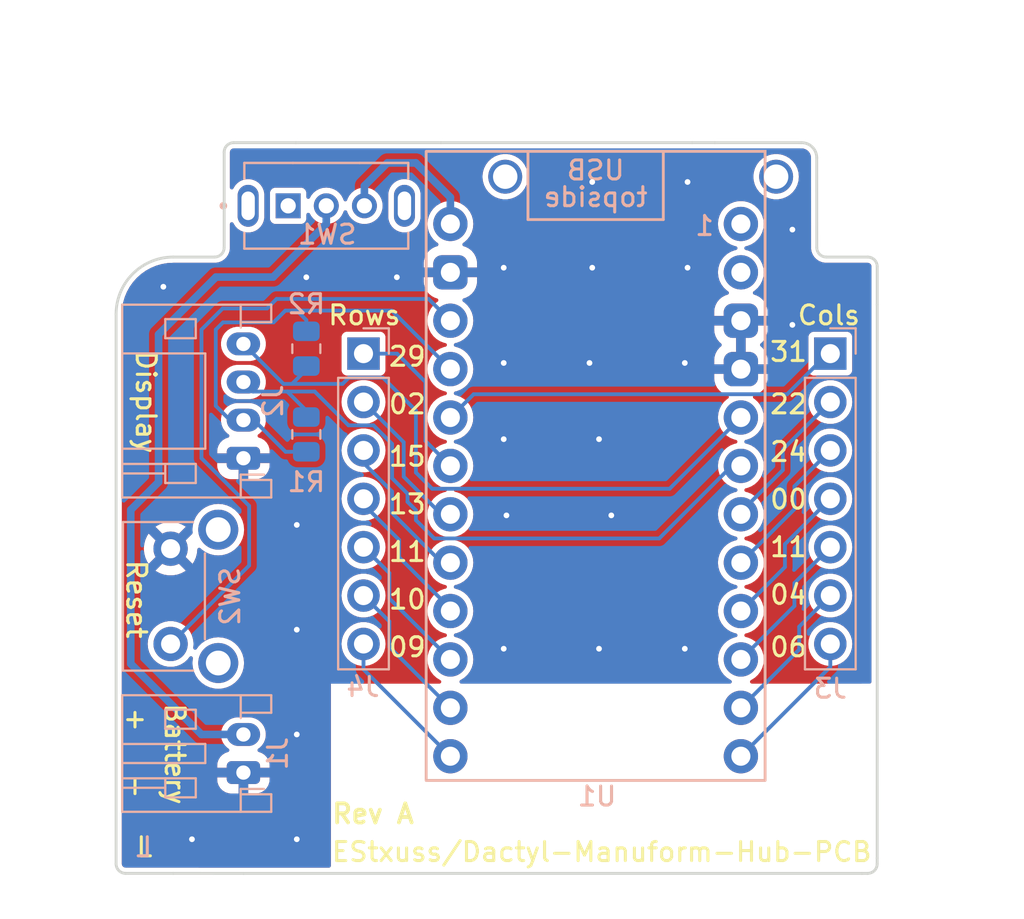
<source format=kicad_pcb>
(kicad_pcb (version 20240108) (generator "pcbnew") (generator_version "8.0")
  (layers (0 "F.Cu" signal) (31 "B.Cu" signal) (34 "B.Paste" user) (35 "F.Paste" user) (36 "B.SilkS" user "B.Silkscreen") (37 "F.SilkS" user "F.Silkscreen") (38 "B.Mask" user) (39 "F.Mask" user) (44 "Edge.Cuts" user))
  (net 0 "")
  (net 1 "GND")
  (net 2 "/OLED_SCL")
  (net 3 "VCC")
  (net 4 "/OLED_SDA")
  (net 5 "/COL2")
  (net 6 "/COL6")
  (net 7 "COL1")
  (net 8 "/COL4")
  (net 9 "/COL7")
  (net 10 "/COL5")
  (net 11 "/COL3")
  (net 12 "/ROW6")
  (net 13 "/ROW4")
  (net 14 "/ROW1")
  (net 15 "/ROW2")
  (net 16 "/ROW5")
  (net 17 "/ROW3")
  (net 18 "/ROW7")
  (net 20 "/BATT_POS")
  (net 21 "Net-(SW2-A)")
  (net 24 "/BATT_SW_POS")
  (footprint "mounting-hole:M1.4_tapping_Hole_JLC" (layer "F.Cu") (at 137.647001 63.722063)
    (property "Reference" "H1" (hide yes))
    (property "Value" "MountingHole" (hide yes))
    (pad "" thru_hole circle (at 0 0) (size 1.78 1.78) (drill 1.28) (layers "*.Cu" "*.Mask"))
  )
  (footprint "mounting-hole:M1.4_tapping_Hole_JLC" (layer "F.Cu") (at 123.434501 63.722063)
    (property "Reference" "H2" (hide yes))
    (property "Value" "MountingHole" (hide yes))
    (pad "" thru_hole circle (at 0 0) (size 1.78 1.78) (drill 1.28) (layers "*.Cu" "*.Mask"))
  )
  (footprint "Connector_JST:JST_PH_S2B-PH-K_1x02_P2.00mm_Horizontal" (layer "B.Cu") (at 109.7 95 90)
    (property "Reference" "J1" (at 1 1.8 90) (layer "B.SilkS") (effects (font (thickness 0.16)) (justify mirror)))
    (property "Value" "Conn_01x02")
    (fp_line (start 4.06 -6.36) (end -2.06 -6.36) (stroke (width 0.12)) (layer "B.SilkS"))
    (fp_line (start 1.5 -6.36) (end 1.5 -2) (stroke (width 0.12)) (layer "B.SilkS"))
    (fp_line (start -0.3 -6.36) (end -0.3 -4.1) (stroke (width 0.12)) (layer "B.SilkS"))
    (fp_line (start -0.8 -6.36) (end -0.8 -4.1) (stroke (width 0.12)) (layer "B.SilkS"))
    (fp_line (start -2.06 -6.36) (end -2.06 1.46) (stroke (width 0.12)) (layer "B.SilkS"))
    (fp_line (start 3.3 -4.1) (end 3.3 -2.5) (stroke (width 0.12)) (layer "B.SilkS"))
    (fp_line (start 2.3 -4.1) (end 3.3 -4.1) (stroke (width 0.12)) (layer "B.SilkS"))
    (fp_line (start -0.3 -4.1) (end -1.3 -4.1) (stroke (width 0.12)) (layer "B.SilkS"))
    (fp_line (start -1.3 -4.1) (end -1.3 -2.5) (stroke (width 0.12)) (layer "B.SilkS"))
    (fp_line (start 3.3 -2.5) (end 2.3 -2.5) (stroke (width 0.12)) (layer "B.SilkS"))
    (fp_line (start 2.3 -2.5) (end 2.3 -4.1) (stroke (width 0.12)) (layer "B.SilkS"))
    (fp_line (start -0.3 -2.5) (end -0.3 -4.1) (stroke (width 0.12)) (layer "B.SilkS"))
    (fp_line (start -1.3 -2.5) (end -0.3 -2.5) (stroke (width 0.12)) (layer "B.SilkS"))
    (fp_line (start 1.5 -2) (end 0.5 -2) (stroke (width 0.12)) (layer "B.SilkS"))
    (fp_line (start 0.5 -2) (end 0.5 -6.36) (stroke (width 0.12)) (layer "B.SilkS"))
    (fp_line (start 3.14 -0.14) (end 4.06 -0.14) (stroke (width 0.12)) (layer "B.SilkS"))
    (fp_line (start 3.14 -0.14) (end 3.14 1.46) (stroke (width 0.12)) (layer "B.SilkS"))
    (fp_line (start 2.86 -0.14) (end 3.14 -0.14) (stroke (width 0.12)) (layer "B.SilkS"))
    (fp_line (start -1.14 -0.14) (end -0.86 -0.14) (stroke (width 0.12)) (layer "B.SilkS"))
    (fp_line (start -1.14 -0.14) (end -2.06 -0.14) (stroke (width 0.12)) (layer "B.SilkS"))
    (fp_line (start -0.86 1.075) (end -0.86 -0.14) (stroke (width 0.12)) (layer "B.SilkS"))
    (fp_line (start 4.06 1.46) (end 4.06 -6.36) (stroke (width 0.12)) (layer "B.SilkS"))
    (fp_line (start 3.14 1.46) (end 4.06 1.46) (stroke (width 0.12)) (layer "B.SilkS"))
    (fp_line (start -1.14 1.46) (end -1.14 -0.14) (stroke (width 0.12)) (layer "B.SilkS"))
    (fp_line (start -2.06 1.46) (end -1.14 1.46) (stroke (width 0.12)) (layer "B.SilkS"))
    (pad "1" thru_hole roundrect (at 0 0 90) (size 1.2 1.75) (drill 0.75) (layers "*.Cu" "*.Mask") (roundrect_rratio 0.208333) (net 1 "GND"))
    (pad "2" thru_hole oval (at 2 0 90) (size 1.2 1.75) (drill 0.75) (layers "*.Cu" "*.Mask") (net 24 "/BATT_SW_POS"))
  )
  (footprint "Resistor_SMD:R_0805_2012Metric" (layer "B.Cu") (at 113 72.75 -90)
    (property "Reference" "R2" (at -2.34 0 180) (layer "B.SilkS") (effects (font (thickness 0.16)) (justify mirror)))
    (property "Value" "4.7k" (hide yes))
    (fp_line (start 0.227064 0.735) (end -0.227064 0.735) (stroke (width 0.12)) (layer "B.SilkS"))
    (fp_line (start 0.227064 -0.735) (end -0.227064 -0.735) (stroke (width 0.12)) (layer "B.SilkS"))
    (pad "1" smd roundrect (at -0.9125 0 270) (size 1.025 1.4) (layers "B.Cu" "B.Paste" "B.Mask") (roundrect_rratio 0.243902) (net 3 "VCC"))
    (pad "2" smd roundrect (at 0.9125 0 270) (size 1.025 1.4) (layers "B.Cu" "B.Paste" "B.Mask") (roundrect_rratio 0.243902) (net 4 "/OLED_SDA"))
  )
  (footprint "Connector_PinHeader_2.54mm:PinHeader_1x07_P2.54mm_Vertical" (layer "B.Cu") (at 140.49 73.01 180)
    (property "Reference" "J3" (at 0 -17.58 0) (layer "B.SilkS") (effects (font (thickness 0.16)) (justify mirror)))
    (property "Value" "Conn_01x07")
    (fp_line (start 1.33 -1.27) (end -1.33 -1.27) (stroke (width 0.12)) (layer "B.SilkS"))
    (fp_line (start 1.33 -16.57) (end 1.33 -1.27) (stroke (width 0.12)) (layer "B.SilkS"))
    (fp_line (start 1.33 -16.57) (end -1.33 -16.57) (stroke (width 0.12)) (layer "B.SilkS"))
    (fp_line (start 0 1.33) (end -1.33 1.33) (stroke (width 0.12)) (layer "B.SilkS"))
    (fp_line (start -1.33 1.33) (end -1.33 0) (stroke (width 0.12)) (layer "B.SilkS"))
    (fp_line (start -1.33 -16.57) (end -1.33 -1.27) (stroke (width 0.12)) (layer "B.SilkS"))
    (pad "1" thru_hole rect (at 0 0 180) (size 1.7 1.7) (drill 1) (layers "*.Cu" "*.Mask") (net 7 "COL1"))
    (pad "2" thru_hole oval (at 0 -2.54 180) (size 1.7 1.7) (drill 1) (layers "*.Cu" "*.Mask") (net 5 "/COL2"))
    (pad "3" thru_hole oval (at 0 -5.08 180) (size 1.7 1.7) (drill 1) (layers "*.Cu" "*.Mask") (net 11 "/COL3"))
    (pad "4" thru_hole oval (at 0 -7.62 180) (size 1.7 1.7) (drill 1) (layers "*.Cu" "*.Mask") (net 8 "/COL4"))
    (pad "5" thru_hole oval (at 0 -10.16 180) (size 1.7 1.7) (drill 1) (layers "*.Cu" "*.Mask") (net 10 "/COL5"))
    (pad "6" thru_hole oval (at 0 -12.7 180) (size 1.7 1.7) (drill 1) (layers "*.Cu" "*.Mask") (net 6 "/COL6"))
    (pad "7" thru_hole oval (at 0 -15.24 180) (size 1.7 1.7) (drill 1) (layers "*.Cu" "*.Mask") (net 9 "/COL7"))
  )
  (footprint "Connector_PinHeader_2.54mm:PinHeader_1x07_P2.54mm_Vertical" (layer "B.Cu") (at 116 73.01 180)
    (property "Reference" "J4" (at 0.03 -17.49 0) (layer "B.SilkS") (effects (font (thickness 0.16)) (justify mirror)))
    (property "Value" "Conn_01x07")
    (fp_line (start 1.33 -1.27) (end -1.33 -1.27) (stroke (width 0.12)) (layer "B.SilkS"))
    (fp_line (start 1.33 -16.57) (end 1.33 -1.27) (stroke (width 0.12)) (layer "B.SilkS"))
    (fp_line (start 1.33 -16.57) (end -1.33 -16.57) (stroke (width 0.12)) (layer "B.SilkS"))
    (fp_line (start 0 1.33) (end -1.33 1.33) (stroke (width 0.12)) (layer "B.SilkS"))
    (fp_line (start -1.33 1.33) (end -1.33 0) (stroke (width 0.12)) (layer "B.SilkS"))
    (fp_line (start -1.33 -16.57) (end -1.33 -1.27) (stroke (width 0.12)) (layer "B.SilkS"))
    (pad "1" thru_hole rect (at 0 0 180) (size 1.7 1.7) (drill 1) (layers "*.Cu" "*.Mask") (net 14 "/ROW1"))
    (pad "2" thru_hole oval (at 0 -2.54 180) (size 1.7 1.7) (drill 1) (layers "*.Cu" "*.Mask") (net 15 "/ROW2"))
    (pad "3" thru_hole oval (at 0 -5.08 180) (size 1.7 1.7) (drill 1) (layers "*.Cu" "*.Mask") (net 17 "/ROW3"))
    (pad "4" thru_hole oval (at 0 -7.62 180) (size 1.7 1.7) (drill 1) (layers "*.Cu" "*.Mask") (net 13 "/ROW4"))
    (pad "5" thru_hole oval (at 0 -10.16 180) (size 1.7 1.7) (drill 1) (layers "*.Cu" "*.Mask") (net 16 "/ROW5"))
    (pad "6" thru_hole oval (at 0 -12.7 180) (size 1.7 1.7) (drill 1) (layers "*.Cu" "*.Mask") (net 12 "/ROW6"))
    (pad "7" thru_hole oval (at 0 -15.24 180) (size 1.7 1.7) (drill 1) (layers "*.Cu" "*.Mask") (net 18 "/ROW7"))
  )
  (footprint "PCM_marbastlib-xp-promicroish:SuperMini_nRF52840_H_USBup" (layer "B.Cu") (at 128.178176 80.172483 180)
    (property "Reference" "U1" (at -1.177824 -16.077517 0) (layer "B.SilkS") (effects (font (thickness 0.16)) (justify left mirror)))
    (property "Value" "SuperMini nRF52840")
    (fp_line (start 3.55 17.78) (end 3.55 14.2) (stroke (width 0.15)) (layer "B.SilkS"))
    (fp_line (start -3.55 17.78) (end -3.55 14.2) (stroke (width 0.15)) (layer "B.SilkS"))
    (fp_line (start -3.55 14.2) (end 3.55 14.2) (stroke (width 0.15)) (layer "B.SilkS"))
    (fp_rect (start -8.89 17.78) (end 8.89 -15.24) (stroke (width 0.15)) (fill none) (layer "B.SilkS"))
    (fp_text user "topside" (at 0 14.8 0) (layer "B.SilkS") (effects (font (thickness 0.16)) (justify bottom mirror)))
    (fp_text user "1" (at -5.715 13.2825 0) (layer "B.SilkS") (effects (font (thickness 0.16)) (justify bottom mirror)))
    (fp_text user "USB" (at 0 16.2 0) (layer "B.SilkS") (effects (font (thickness 0.16)) (justify bottom mirror)))
    (pad "1" thru_hole circle (at -7.62 13.97 180) (size 1.8 1.8) (drill 1) (layers "*.Cu" "*.Mask"))
    (pad "2" thru_hole circle (at -7.62 11.43 180) (size 1.8 1.8) (drill 1) (layers "*.Cu" "*.Mask"))
    (pad "3" thru_hole roundrect (at -7.62 8.89 180) (size 1.8 1.8) (drill 1) (layers "*.Cu" "*.Mask") (net 1 "GND"))
    (pad "4" thru_hole roundrect (at -7.62 6.35 180) (size 1.8 1.8) (drill 1) (layers "*.Cu" "*.Mask") (net 1 "GND"))
    (pad "5" thru_hole circle (at -7.62 3.81 180) (size 1.8 1.8) (drill 1) (layers "*.Cu" "*.Mask") (net 4 "/OLED_SDA"))
    (pad "6" thru_hole circle (at -7.62 1.27 180) (size 1.8 1.8) (drill 1) (layers "*.Cu" "*.Mask") (net 2 "/OLED_SCL"))
    (pad "7" thru_hole circle (at -7.62 -1.27 180) (size 1.8 1.8) (drill 1) (layers "*.Cu" "*.Mask") (net 5 "/COL2"))
    (pad "8" thru_hole circle (at -7.62 -3.81 180) (size 1.8 1.8) (drill 1) (layers "*.Cu" "*.Mask") (net 11 "/COL3"))
    (pad "9" thru_hole circle (at -7.62 -6.35 180) (size 1.8 1.8) (drill 1) (layers "*.Cu" "*.Mask") (net 8 "/COL4"))
    (pad "10" thru_hole circle (at -7.62 -8.89 180) (size 1.8 1.8) (drill 1) (layers "*.Cu" "*.Mask") (net 10 "/COL5"))
    (pad "11" thru_hole circle (at -7.62 -11.43 180) (size 1.8 1.8) (drill 1) (layers "*.Cu" "*.Mask") (net 6 "/COL6"))
    (pad "12" thru_hole circle (at -7.62 -13.97 180) (size 1.8 1.8) (drill 1) (layers "*.Cu" "*.Mask") (net 9 "/COL7"))
    (pad "13" thru_hole circle (at 7.62 13.97 180) (size 1.8 1.8) (drill 1) (layers "*.Cu" "*.Mask") (net 20 "/BATT_POS"))
    (pad "14" thru_hole roundrect (at 7.62 11.43 180) (size 1.8 1.8) (drill 1) (layers "*.Cu" "*.Mask") (net 1 "GND"))
    (pad "15" thru_hole circle (at 7.62 8.89 180) (size 1.8 1.8) (drill 1) (layers "*.Cu" "*.Mask") (net 21 "Net-(SW2-A)"))
    (pad "16" thru_hole circle (at 7.62 6.35 180) (size 1.8 1.8) (drill 1) (layers "*.Cu" "*.Mask") (net 3 "VCC"))
    (pad "17" thru_hole circle (at 7.62 3.81 180) (size 1.8 1.8) (drill 1) (layers "*.Cu" "*.Mask") (net 7 "COL1"))
    (pad "18" thru_hole circle (at 7.62 1.27 180) (size 1.8 1.8) (drill 1) (layers "*.Cu" "*.Mask") (net 14 "/ROW1"))
    (pad "19" thru_hole circle (at 7.62 -1.27 180) (size 1.8 1.8) (drill 1) (layers "*.Cu" "*.Mask") (net 15 "/ROW2"))
    (pad "20" thru_hole circle (at 7.62 -3.81 180) (size 1.8 1.8) (drill 1) (layers "*.Cu" "*.Mask") (net 17 "/ROW3"))
    (pad "21" thru_hole circle (at 7.62 -6.35 180) (size 1.8 1.8) (drill 1) (layers "*.Cu" "*.Mask") (net 13 "/ROW4"))
    (pad "22" thru_hole circle (at 7.62 -8.89 180) (size 1.8 1.8) (drill 1) (layers "*.Cu" "*.Mask") (net 16 "/ROW5"))
    (pad "23" thru_hole circle (at 7.62 -11.43 180) (size 1.8 1.8) (drill 1) (layers "*.Cu" "*.Mask") (net 12 "/ROW6"))
    (pad "24" thru_hole circle (at 7.62 -13.97 180) (size 1.8 1.8) (drill 1) (layers "*.Cu" "*.Mask") (net 18 "/ROW7"))
    (zone (net 0) (net_name "") (layers "*.Cu") (name "ANT") (connect_pads (clearance 0)) (min_thickness 0.25)
      (keepout (tracks allowed) (vias allowed) (pads allowed) (copperpour not_allowed) (footprints allowed))
      (fill (thermal_gap 0.5) (thermal_bridge_width 0.5))
      (polygon (pts (xy 142.068176 90.332483) (xy 114.288176 90.332483) (xy 114.288176 100.412483) (xy 142.068176 100.412483)))
    )
  )
  (footprint "PCM_marbastlib-various:SW_SKHLLCA010" (layer "B.Cu") (at 107.13 85.75 -90)
    (property "Reference" "SW2" (at 0 -1.87 90) (layer "B.SilkS") (effects (font (thickness 0.16)) (justify mirror)))
    (property "Value" "SW_SPST")
    (fp_line (start -3.9 3.75) (end -3.9 0.07) (stroke (width 0.12)) (layer "B.SilkS"))
    (fp_line (start 3.9 3.75) (end -3.9 3.75) (stroke (width 0.12)) (layer "B.SilkS"))
    (fp_line (start 3.9 3.75) (end 3.9 0.07) (stroke (width 0.12)) (layer "B.SilkS"))
    (fp_line (start 2.25 -0.55) (end -2.25 -0.55) (stroke (width 0.12)) (layer "B.SilkS"))
    (pad "1" thru_hole circle (at 2.5 1.25 270) (size 1.8 1.8) (drill 1) (layers "*.Cu" "F.Mask") (net 21 "Net-(SW2-A)"))
    (pad "2" thru_hole circle (at -2.5 1.25 270) (size 1.8 1.8) (drill 1) (layers "*.Cu" "F.Mask") (net 1 "GND"))
    (pad "MP" thru_hole circle (at -3.5 -1.25 270) (size 2.1 2.1) (drill 1.3) (layers "*.Cu" "*.Mask"))
    (pad "MP" thru_hole circle (at 3.5 -1.25 270) (size 2.1 2.1) (drill 1.3) (layers "*.Cu" "*.Mask"))
  )
  (footprint "Connector_JST:JST_PH_S4B-PH-K_1x04_P2.00mm_Horizontal" (layer "B.Cu") (at 109.7 78.5 90)
    (property "Reference" "J2" (at 3 1.55 90) (layer "B.SilkS") (effects (font (thickness 0.16)) (justify mirror)))
    (property "Value" "Conn_01x04")
    (fp_line (start 8.06 -6.36) (end -2.06 -6.36) (stroke (width 0.12)) (layer "B.SilkS"))
    (fp_line (start 5.5 -6.36) (end 5.5 -2) (stroke (width 0.12)) (layer "B.SilkS"))
    (fp_line (start -0.3 -6.36) (end -0.3 -4.1) (stroke (width 0.12)) (layer "B.SilkS"))
    (fp_line (start -0.8 -6.36) (end -0.8 -4.1) (stroke (width 0.12)) (layer "B.SilkS"))
    (fp_line (start -2.06 -6.36) (end -2.06 1.46) (stroke (width 0.12)) (layer "B.SilkS"))
    (fp_line (start 7.3 -4.1) (end 7.3 -2.5) (stroke (width 0.12)) (layer "B.SilkS"))
    (fp_line (start 6.3 -4.1) (end 7.3 -4.1) (stroke (width 0.12)) (layer "B.SilkS"))
    (fp_line (start -0.3 -4.1) (end -1.3 -4.1) (stroke (width 0.12)) (layer "B.SilkS"))
    (fp_line (start -1.3 -4.1) (end -1.3 -2.5) (stroke (width 0.12)) (layer "B.SilkS"))
    (fp_line (start 7.3 -2.5) (end 6.3 -2.5) (stroke (width 0.12)) (layer "B.SilkS"))
    (fp_line (start 6.3 -2.5) (end 6.3 -4.1) (stroke (width 0.12)) (layer "B.SilkS"))
    (fp_line (start -0.3 -2.5) (end -0.3 -4.1) (stroke (width 0.12)) (layer "B.SilkS"))
    (fp_line (start -1.3 -2.5) (end -0.3 -2.5) (stroke (width 0.12)) (layer "B.SilkS"))
    (fp_line (start 5.5 -2) (end 0.5 -2) (stroke (width 0.12)) (layer "B.SilkS"))
    (fp_line (start 0.5 -2) (end 0.5 -6.36) (stroke (width 0.12)) (layer "B.SilkS"))
    (fp_line (start 7.14 -0.14) (end 8.06 -0.14) (stroke (width 0.12)) (layer "B.SilkS"))
    (fp_line (start 7.14 -0.14) (end 7.14 1.46) (stroke (width 0.12)) (layer "B.SilkS"))
    (fp_line (start 6.86 -0.14) (end 7.14 -0.14) (stroke (width 0.12)) (layer "B.SilkS"))
    (fp_line (start -1.14 -0.14) (end -0.86 -0.14) (stroke (width 0.12)) (layer "B.SilkS"))
    (fp_line (start -1.14 -0.14) (end -2.06 -0.14) (stroke (width 0.12)) (layer "B.SilkS"))
    (fp_line (start -0.86 1.075) (end -0.86 -0.14) (stroke (width 0.12)) (layer "B.SilkS"))
    (fp_line (start 8.06 1.46) (end 8.06 -6.36) (stroke (width 0.12)) (layer "B.SilkS"))
    (fp_line (start 7.14 1.46) (end 8.06 1.46) (stroke (width 0.12)) (layer "B.SilkS"))
    (fp_line (start -1.14 1.46) (end -1.14 -0.14) (stroke (width 0.12)) (layer "B.SilkS"))
    (fp_line (start -2.06 1.46) (end -1.14 1.46) (stroke (width 0.12)) (layer "B.SilkS"))
    (pad "1" thru_hole roundrect (at 0 0 90) (size 1.2 1.75) (drill 0.75) (layers "*.Cu" "*.Mask") (roundrect_rratio 0.208333) (net 1 "GND"))
    (pad "2" thru_hole oval (at 2 0 90) (size 1.2 1.75) (drill 0.75) (layers "*.Cu" "*.Mask") (net 3 "VCC"))
    (pad "3" thru_hole oval (at 4 0 90) (size 1.2 1.75) (drill 0.75) (layers "*.Cu" "*.Mask") (net 2 "/OLED_SCL"))
    (pad "4" thru_hole oval (at 6 0 90) (size 1.2 1.75) (drill 0.75) (layers "*.Cu" "*.Mask") (net 4 "/OLED_SDA"))
  )
  (footprint "Resistor_SMD:R_0805_2012Metric" (layer "B.Cu") (at 113 77.25 90)
    (property "Reference" "R1" (at -2.5 0 0) (layer "B.SilkS") (effects (font (thickness 0.16)) (justify mirror)))
    (property "Value" "4.7k" (hide yes))
    (fp_line (start 0.227064 -0.735) (end -0.227064 -0.735) (stroke (width 0.12)) (layer "B.SilkS"))
    (fp_line (start 0.227064 0.735) (end -0.227064 0.735) (stroke (width 0.12)) (layer "B.SilkS"))
    (pad "1" smd roundrect (at -0.9125 0 90) (size 1.025 1.4) (layers "B.Cu" "B.Paste" "B.Mask") (roundrect_rratio 0.243902) (net 3 "VCC"))
    (pad "2" smd roundrect (at 0.9125 0 90) (size 1.025 1.4) (layers "B.Cu" "B.Paste" "B.Mask") (roundrect_rratio 0.243902) (net 2 "/OLED_SCL"))
  )
  (footprint "SLW_864574_5A_RA_N_D:SW_SLW-864574-5A-RA-N-D" (layer "B.Cu") (at 114.048 65.25)
    (property "Reference" "SW1" (at 0.047824 1.507517 0) (layer "B.SilkS") (effects (font (thickness 0.16)) (justify mirror)))
    (property "Value" "SW_SPDT")
    (fp_line (start -4.3 -1.42) (end -4.3 -2.25) (stroke (width 0.127)) (layer "B.SilkS"))
    (fp_line (start -4.3 1.42) (end -4.3 2.25) (stroke (width 0.127)) (layer "B.SilkS"))
    (fp_line (start -4.3 2.25) (end 4.3 2.25) (stroke (width 0.127)) (layer "B.SilkS"))
    (fp_line (start -1.75 -2.25) (end -4.3 -2.25) (stroke (width 0.127)) (layer "B.SilkS"))
    (fp_line (start 1.75 -2.25) (end -1.75 -2.25) (stroke (width 0.127)) (layer "B.SilkS"))
    (fp_line (start 4.3 -2.25) (end 1.75 -2.25) (stroke (width 0.127)) (layer "B.SilkS"))
    (fp_line (start 4.3 -1.42) (end 4.3 -2.25) (stroke (width 0.127)) (layer "B.SilkS"))
    (fp_line (start 4.3 2.25) (end 4.3 1.42) (stroke (width 0.127)) (layer "B.SilkS"))
    (fp_circle (center -5.4 0) (end -5.3 0) (stroke (width 0.2)) (fill none) (layer "B.SilkS"))
    (pad "1" thru_hole rect (at -2 0) (size 1.308 1.308) (drill 0.8) (layers "*.Cu" "*.Mask"))
    (pad "2" thru_hole circle (at 0 0) (size 1.308 1.308) (drill 0.8) (layers "*.Cu" "*.Mask") (net 24 "/BATT_SW_POS"))
    (pad "3" thru_hole circle (at 2 0) (size 1.308 1.308) (drill 0.8) (layers "*.Cu" "*.Mask") (net 20 "/BATT_POS"))
    (pad "SH1" thru_hole oval (at -4.1 0) (size 1.1 2.2) (drill oval 0.7 1.5) (layers "*.Cu" "*.Mask"))
    (pad "SH2" thru_hole oval (at 4.1 0) (size 1.1 2.2) (drill oval 0.7 1.5) (layers "*.Cu" "*.Mask"))
  )
  (gr_arc (start 103.02 70.94) (mid 103.89868 68.81868) (end 106.02 67.94) (stroke (width 0.15)) (layer "Edge.Cuts"))
  (gr_arc (start 108.68975 67.439751) (mid 108.543394 67.793483) (end 108.18975 67.94) (stroke (width 0.15)) (layer "Edge.Cuts"))
  (gr_line (start 120.058999 61.936233) (end 133.241651 61.936233) (stroke (width 0.15)) (layer "Edge.Cuts"))
  (gr_arc (start 142.450013 67.94) (mid 142.803561 68.086454) (end 142.950013 68.440009) (stroke (width 0.15)) (layer "Edge.Cuts"))
  (gr_line (start 103.02 99.790049) (end 103.02 70.94) (stroke (width 0.15)) (layer "Edge.Cuts"))
  (gr_line (start 142.94964 78.192483) (end 142.949978 70.440022) (stroke (width 0.15)) (layer "Edge.Cuts"))
  (gr_arc (start 103.519951 100.290049) (mid 103.166412 100.143588) (end 103.02 99.790049) (stroke (width 0.15)) (layer "Edge.Cuts"))
  (gr_line (start 142.450013 67.94) (end 140.279784 67.94) (stroke (width 0.15)) (layer "Edge.Cuts"))
  (gr_line (start 142.947824 99.492483) (end 142.948636 99.790185) (stroke (width 0.15)) (layer "Edge.Cuts"))
  (gr_line (start 133.241651 61.936233) (end 134.432279 61.936233) (stroke (width 0.15)) (layer "Edge.Cuts"))
  (gr_line (start 138.959011 61.936626) (end 134.432279 61.936233) (stroke (width 0.15)) (layer "Edge.Cuts"))
  (gr_line (start 108.689977 62.43621) (end 108.68975 67.439751) (stroke (width 0.15)) (layer "Edge.Cuts"))
  (gr_line (start 142.949978 70.440022) (end 142.950013 68.440009) (stroke (width 0.15)) (layer "Edge.Cuts"))
  (gr_line (start 142.450186 100.291547) (end 142.147824 100.292483) (stroke (width 0.15)) (layer "Edge.Cuts"))
  (gr_line (start 109.70674 100.292483) (end 142.147824 100.292483) (stroke (width 0.15)) (layer "Edge.Cuts"))
  (gr_line (start 106.019703 100.290296) (end 103.519951 100.290049) (stroke (width 0.15)) (layer "Edge.Cuts"))
  (gr_line (start 120.058999 61.936233) (end 112.446519 61.936233) (stroke (width 0.15)) (layer "Edge.Cuts"))
  (gr_arc (start 142.948636 99.790185) (mid 142.803204 100.144053) (end 142.450186 100.291547) (stroke (width 0.15)) (layer "Edge.Cuts"))
  (gr_line (start 109.70674 100.292483) (end 106.019703 100.290296) (stroke (width 0.15)) (layer "Edge.Cuts"))
  (gr_line (start 142.947824 99.492483) (end 142.94964 78.192483) (stroke (width 0.15)) (layer "Edge.Cuts"))
  (gr_line (start 109.189977 61.936233) (end 112.446519 61.936233) (stroke (width 0.15)) (layer "Edge.Cuts"))
  (gr_arc (start 108.689977 62.43621) (mid 108.836419 62.082642) (end 109.189977 61.936233) (stroke (width 0.15)) (layer "Edge.Cuts"))
  (gr_arc (start 140.279784 67.94) (mid 139.926317 67.793624) (end 139.779784 67.440216) (stroke (width 0.15)) (layer "Edge.Cuts"))
  (gr_arc (start 138.959011 61.936626) (mid 139.536367 62.159949) (end 139.777749 62.729983) (stroke (width 0.15)) (layer "Edge.Cuts"))
  (gr_line (start 139.777749 62.729983) (end 139.779784 67.440216) (stroke (width 0.15)) (layer "Edge.Cuts"))
  (gr_line (start 106.02 67.94) (end 108.18975 67.94) (stroke (width 0.15)) (layer "Edge.Cuts"))
  (gr_text "L" (at 105 99.5 -0) (layer "B.SilkS") (effects (font (size 1 1) (thickness 0.16)) (justify left bottom mirror)))
  (gr_text "13" (at 117.24 81.5 0) (layer "F.SilkS") (effects (font (size 1 1) (thickness 0.16)) (justify left bottom)))
  (gr_text "24" (at 137.24 78.75 0) (layer "F.SilkS") (effects (font (size 1 1) (thickness 0.16)) (justify left bottom)))
  (gr_text "29" (at 117.24 73.75 0) (layer "F.SilkS") (effects (font (size 1 1) (thickness 0.16)) (justify left bottom)))
  (gr_text "Battery" (at 105.52 91.28 -90) (layer "F.SilkS") (effects (font (size 1 1) (thickness 0.16)) (justify left bottom)))
  (gr_text "11" (at 137.24 83.75 0) (layer "F.SilkS") (effects (font (size 1 1) (thickness 0.16)) (justify left bottom)))
  (gr_text "Display" (at 104 72.75 -90) (layer "F.SilkS") (effects (font (size 1 1) (thickness 0.16)) (justify left bottom)))
  (gr_text "Cols" (at 138.69 71.58 0) (layer "F.SilkS") (effects (font (size 1 1) (thickness 0.16)) (justify left bottom)))
  (gr_text "06" (at 137.24 89 0) (layer "F.SilkS") (effects (font (size 1 1) (thickness 0.16)) (justify left bottom)))
  (gr_text "11" (at 117.24 84 0) (layer "F.SilkS") (effects (font (size 1 1) (thickness 0.16)) (justify left bottom)))
  (gr_text "Rev A" (at 114.25 97.75 0) (layer "F.SilkS") (effects (font (size 1 1) (thickness 0.2) (bold yes)) (justify left bottom)))
  (gr_text "04" (at 137.24 86.25 0) (layer "F.SilkS") (effects (font (size 1 1) (thickness 0.16)) (justify left bottom)))
  (gr_text "EStxuss/Dactyl-Manuform-Hub-PCB" (at 114.25 99.75 0) (layer "F.SilkS") (effects (font (size 1 1) (thickness 0.16)) (justify left bottom)))
  (gr_text "00" (at 137.24 81.25 0) (layer "F.SilkS") (effects (font (size 1 1) (thickness 0.16)) (justify left bottom)))
  (gr_text "-" (at 103.5 95 -90) (layer "F.SilkS") (effects (font (size 1 1) (thickness 0.16)) (justify left bottom)))
  (gr_text "09" (at 117.24 89 0) (layer "F.SilkS") (effects (font (size 1 1) (thickness 0.16)) (justify left bottom)))
  (gr_text "Reset" (at 103.5 83.75 -90) (layer "F.SilkS") (effects (font (size 1 1) (thickness 0.16)) (justify left bottom)))
  (gr_text "31" (at 137.24 73.5 0) (layer "F.SilkS") (effects (font (size 1 1) (thickness 0.16)) (justify left bottom)))
  (gr_text "15" (at 117.24 79 0) (layer "F.SilkS") (effects (font (size 1 1) (thickness 0.16)) (justify left bottom)))
  (gr_text "L" (at 104 99.5 0) (layer "F.SilkS") (effects (font (size 1 1) (thickness 0.16)) (justify left bottom)))
  (gr_text "Rows" (at 114.06 71.58 0) (layer "F.SilkS") (effects (font (size 1 1) (thickness 0.16)) (justify left bottom)))
  (gr_text "+" (at 103.5 91.5 -90) (layer "F.SilkS") (effects (font (size 1 1) (thickness 0.16)) (justify left bottom)))
  (gr_text "10" (at 117.24 86.5 0) (layer "F.SilkS") (effects (font (size 1 1) (thickness 0.16)) (justify left bottom)))
  (gr_text "22" (at 137.24 76.25 0) (layer "F.SilkS") (effects (font (size 1 1) (thickness 0.16)) (justify left bottom)))
  (gr_text "02" (at 117.24 76.25 0) (layer "F.SilkS") (effects (font (size 1 1) (thickness 0.16)) (justify left bottom)))
  (via (at 113 69) (size 0.8) (drill 0.3) (layers "F.Cu" "B.Cu") (net 1))
  (via (at 127.856 73.5) (size 0.8) (drill 0.3) (layers "F.Cu" "B.Cu") (net 1))
  (via (at 117.75 69) (size 0.8) (drill 0.3) (layers "F.Cu" "B.Cu") (net 1))
  (via (at 128 64) (size 0.8) (drill 0.3) (layers "F.Cu" "B.Cu") (net 1))
  (via (at 123.5 81.5) (size 0.8) (drill 0.3) (layers "F.Cu" "B.Cu") (net 1))
  (via (at 129 81.5) (size 0.8) (drill 0.3) (layers "F.Cu" "B.Cu") (net 1))
  (via (at 138.5 66.5) (size 0.8) (drill 0.3) (layers "F.Cu" "B.Cu") (net 1))
  (via (at 133 64) (size 0.8) (drill 0.3) (layers "F.Cu" "B.Cu") (net 1))
  (via (at 128.356 77.5) (size 0.8) (drill 0.3) (layers "F.Cu" "B.Cu") (net 1))
  (via (at 128.356 88.5) (size 0.8) (drill 0.3) (layers "F.Cu" "B.Cu") (net 1))
  (via (at 123.356 73.5) (size 0.8) (drill 0.3) (layers "F.Cu" "B.Cu") (net 1))
  (via (at 123.356 77.5) (size 0.8) (drill 0.3) (layers "F.Cu" "B.Cu") (net 1))
  (via (at 112.5 82) (size 0.8) (drill 0.3) (layers "F.Cu" "B.Cu") (net 1))
  (via (at 138.5 71.5) (size 0.8) (drill 0.3) (layers "F.Cu" "B.Cu") (net 1))
  (via (at 132.856 73.5) (size 0.8) (drill 0.3) (layers "F.Cu" "B.Cu") (net 1))
  (via (at 107 98.5) (size 0.8) (drill 0.3) (layers "F.Cu" "B.Cu") (net 1))
  (via (at 123.356 68.5) (size 0.8) (drill 0.3) (layers "F.Cu" "B.Cu") (net 1))
  (via (at 105.5 69.5) (size 0.8) (drill 0.3) (layers "F.Cu" "B.Cu") (net 1))
  (via (at 112.5 98.5) (size 0.8) (drill 0.3) (layers "F.Cu" "B.Cu") (net 1))
  (via (at 112.5 93) (size 0.8) (drill 0.3) (layers "F.Cu" "B.Cu") (net 1))
  (via (at 133 68.5) (size 0.8) (drill 0.3) (layers "F.Cu" "B.Cu") (net 1))
  (via (at 128 68.5) (size 0.8) (drill 0.3) (layers "F.Cu" "B.Cu") (net 1))
  (via (at 132.856 88.5) (size 0.8) (drill 0.3) (layers "F.Cu" "B.Cu") (net 1))
  (via (at 112.5 87.5) (size 0.8) (drill 0.3) (layers "F.Cu" "B.Cu") (net 1))
  (via (at 123.356 88.5) (size 0.8) (drill 0.3) (layers "F.Cu" "B.Cu") (net 1))
  (segment (start 119.71 82.71) (end 131.514629 82.71) (width 0.2) (layer "B.Cu") (net 2))
  (segment (start 118.31 80.36) (end 118.31 80.79) (width 0.2) (layer "B.Cu") (net 2))
  (segment (start 109.7 74.5) (end 110.2 75) (width 0.2) (layer "B.Cu") (net 2))
  (segment (start 118.75 81.23) (end 118.75 81.75) (width 0.2) (layer "B.Cu") (net 2))
  (segment (start 118.75 81.75) (end 119.71 82.71) (width 0.2) (layer "B.Cu") (net 2))
  (segment (start 115.213654 76.773654) (end 116.523654 76.773654) (width 0.2) (layer "B.Cu") (net 2))
  (segment (start 131.514629 82.71) (end 135.322146 78.902483) (width 0.2) (layer "B.Cu") (net 2))
  (segment (start 118.31 80.79) (end 118.75 81.23) (width 0.2) (layer "B.Cu") (net 2))
  (segment (start 112 75) (end 113 76) (width 0.2) (layer "B.Cu") (net 2))
  (segment (start 135.322146 78.902483) (end 135.798176 78.902483) (width 0.2) (layer "B.Cu") (net 2))
  (segment (start 113 76) (end 113 76.3375) (width 0.2) (layer "B.Cu") (net 2))
  (segment (start 117.5 79.55) (end 118.31 80.36) (width 0.2) (layer "B.Cu") (net 2))
  (segment (start 112 75) (end 113.44 75) (width 0.2) (layer "B.Cu") (net 2))
  (segment (start 110.2 75) (end 112 75) (width 0.2) (layer "B.Cu") (net 2))
  (segment (start 113.44 75) (end 115.213654 76.773654) (width 0.2) (layer "B.Cu") (net 2))
  (segment (start 117.5 77.75) (end 117.5 79.55) (width 0.2) (layer "B.Cu") (net 2))
  (segment (start 116.523654 76.773654) (end 117.5 77.75) (width 0.2) (layer "B.Cu") (net 2))
  (segment (start 109.7 76.5) (end 110.25 76.5) (width 0.2) (layer "B.Cu") (net 3))
  (segment (start 112.25 70.75) (end 112.5 70.75) (width 0.2) (layer "B.Cu") (net 3))
  (segment (start 112.25 70.75) (end 117.485693 70.75) (width 0.2) (layer "B.Cu") (net 3))
  (segment (start 111.9125 78.1625) (end 113 78.1625) (width 0.2) (layer "B.Cu") (net 3))
  (segment (start 109 76.5) (end 108.25 75.75) (width 0.2) (layer "B.Cu") (net 3))
  (segment (start 110.25 76.5) (end 111.9125 78.1625) (width 0.2) (layer "B.Cu") (net 3))
  (segment (start 117.485693 70.75) (end 120.558176 73.822483) (width 0.2) (layer "B.Cu") (net 3))
  (segment (start 112.5 70.75) (end 113 71.25) (width 0.2) (layer "B.Cu") (net 3))
  (segment (start 108.25 75.75) (end 108.25 71.75) (width 0.2) (layer "B.Cu") (net 3))
  (segment (start 108.25 71.75) (end 108.63 71.37) (width 0.2) (layer "B.Cu") (net 3))
  (segment (start 111.28 71.37) (end 111.9 70.75) (width 0.2) (layer "B.Cu") (net 3))
  (segment (start 113 71.25) (end 113 71.8375) (width 0.2) (layer "B.Cu") (net 3))
  (segment (start 108.63 71.37) (end 111.28 71.37) (width 0.2) (layer "B.Cu") (net 3))
  (segment (start 109.7 76.5) (end 109 76.5) (width 0.2) (layer "B.Cu") (net 3))
  (segment (start 111.9 70.75) (end 112.25 70.75) (width 0.2) (layer "B.Cu") (net 3))
  (segment (start 115.23 74.27) (end 117.02 74.27) (width 0.2) (layer "B.Cu") (net 4))
  (segment (start 118.75 76) (end 118.75 79.25) (width 0.2) (layer "B.Cu") (net 4))
  (segment (start 113 73.85) (end 113 73.6625) (width 0.2) (layer "B.Cu") (net 4))
  (segment (start 119.602483 80.102483) (end 132.058176 80.102483) (width 0.2) (layer "B.Cu") (net 4))
  (segment (start 114.9 74.6) (end 115.23 74.27) (width 0.2) (layer "B.Cu") (net 4))
  (segment (start 132.058176 80.102483) (end 135.798176 76.362483) (width 0.2) (layer "B.Cu") (net 4))
  (segment (start 112.25 74.6) (end 113 73.85) (width 0.2) (layer "B.Cu") (net 4))
  (segment (start 117.02 74.27) (end 118.75 76) (width 0.2) (layer "B.Cu") (net 4))
  (segment (start 118.75 79.25) (end 119.602483 80.102483) (width 0.2) (layer "B.Cu") (net 4))
  (segment (start 111.8 74.6) (end 112.25 74.6) (width 0.2) (layer "B.Cu") (net 4))
  (segment (start 112.25 74.6) (end 114.9 74.6) (width 0.2) (layer "B.Cu") (net 4))
  (segment (start 109.7 72.5) (end 111.8 74.6) (width 0.2) (layer "B.Cu") (net 4))
  (segment (start 140.49 75.55) (end 138 78.04) (width 0.2) (layer "B.Cu") (net 5))
  (segment (start 138 78.04) (end 138 79.12033) (width 0.2) (layer "B.Cu") (net 5))
  (segment (start 138 79.12033) (end 135.798176 81.322154) (width 0.2) (layer "B.Cu") (net 5))
  (segment (start 135.798176 81.322154) (end 135.798176 81.442483) (width 0.2) (layer "B.Cu") (net 5))
  (segment (start 138.856 87.344) (end 138.856 88.544659) (width 0.2) (layer "B.Cu") (net 6))
  (segment (start 140.49 85.71) (end 138.856 87.344) (width 0.2) (layer "B.Cu") (net 6))
  (segment (start 138.856 88.544659) (end 135.798176 91.602483) (width 0.2) (layer "B.Cu") (net 6))
  (segment (start 138.226 75.14) (end 121.780659 75.14) (width 0.2) (layer "B.Cu") (net 7))
  (segment (start 140.356 73.01) (end 138.226 75.14) (width 0.2) (layer "B.Cu") (net 7))
  (segment (start 121.780659 75.14) (end 120.558176 76.362483) (width 0.2) (layer "B.Cu") (net 7))
  (segment (start 140.49 73.01) (end 140.356 73.01) (width 0.2) (layer "B.Cu") (net 7))
  (segment (start 138.11 84.210659) (end 135.798176 86.522483) (width 0.2) (layer "B.Cu") (net 8))
  (segment (start 138.11 83.01) (end 138.11 84.210659) (width 0.2) (layer "B.Cu") (net 8))
  (segment (start 140.49 80.63) (end 138.11 83.01) (width 0.2) (layer "B.Cu") (net 8))
  (segment (start 140.49 88.25) (end 140.49 89.450659) (width 0.2) (layer "B.Cu") (net 9))
  (segment (start 135.916 94.260307) (end 135.798176 94.142483) (width 0.2) (layer "B.Cu") (net 9))
  (segment (start 140.49 89.450659) (end 135.798176 94.142483) (width 0.2) (layer "B.Cu") (net 9))
  (segment (start 138.606 85.054) (end 138.606 86.254659) (width 0.2) (layer "B.Cu") (net 10))
  (segment (start 138.606 86.254659) (end 135.798176 89.062483) (width 0.2) (layer "B.Cu") (net 10))
  (segment (start 140.49 83.17) (end 138.606 85.054) (width 0.2) (layer "B.Cu") (net 10))
  (segment (start 140.49 78.09) (end 138.606 79.974) (width 0.2) (layer "B.Cu") (net 11))
  (segment (start 138.606 81.174659) (end 135.798176 83.982483) (width 0.2) (layer "B.Cu") (net 11))
  (segment (start 138.606 79.974) (end 138.606 81.174659) (width 0.2) (layer "B.Cu") (net 11))
  (segment (start 117.356 88.400307) (end 120.558176 91.602483) (width 0.2) (layer "B.Cu") (net 12))
  (segment (start 117.356 87.066) (end 117.356 88.400307) (width 0.2) (layer "B.Cu") (net 12))
  (segment (start 116 85.71) (end 117.356 87.066) (width 0.2) (layer "B.Cu") (net 12))
  (segment (start 116 80.63) (end 116 80.92) (width 0.2) (layer "B.Cu") (net 13))
  (segment (start 117.87 83.700307) (end 120.692176 86.522483) (width 0.2) (layer "B.Cu") (net 13))
  (segment (start 117.87 82.79) (end 117.87 83.700307) (width 0.2) (layer "B.Cu") (net 13))
  (segment (start 116 80.92) (end 117.87 82.79) (width 0.2) (layer "B.Cu") (net 13))
  (segment (start 119.25 77.594307) (end 120.558176 78.902483) (width 0.2) (layer "B.Cu") (net 14))
  (segment (start 116 73.01) (end 117.76 73.01) (width 0.2) (layer "B.Cu") (net 14))
  (segment (start 117.76 73.01) (end 119.25 74.5) (width 0.2) (layer "B.Cu") (net 14))
  (segment (start 119.25 74.5) (end 119.25 77.594307) (width 0.2) (layer "B.Cu") (net 14))
  (segment (start 118.11 79.47) (end 120.082483 81.442483) (width 0.2) (layer "B.Cu") (net 15))
  (segment (start 118.11 77.66) (end 118.11 79.47) (width 0.2) (layer "B.Cu") (net 15))
  (segment (start 116 75.55) (end 118.11 77.66) (width 0.2) (layer "B.Cu") (net 15))
  (segment (start 120.082483 81.442483) (end 120.558176 81.442483) (width 0.2) (layer "B.Cu") (net 15))
  (segment (start 117.356 84.526) (end 117.356 85.860307) (width 0.2) (layer "B.Cu") (net 16))
  (segment (start 117.356 85.860307) (end 120.558176 89.062483) (width 0.2) (layer "B.Cu") (net 16))
  (segment (start 115.866 83.17) (end 116 83.17) (width 0.2) (layer "B.Cu") (net 16))
  (segment (start 116 83.17) (end 117.356 84.526) (width 0.2) (layer "B.Cu") (net 16))
  (segment (start 116 78.75) (end 117.5 80.25) (width 0.2) (layer "B.Cu") (net 17))
  (segment (start 117.5 80.25) (end 117.5 81.375) (width 0.2) (layer "B.Cu") (net 17))
  (segment (start 116 78.09) (end 116 78.75) (width 0.2) (layer "B.Cu") (net 17))
  (segment (start 120.107483 83.982483) (end 120.558176 83.982483) (width 0.2) (layer "B.Cu") (net 17))
  (segment (start 117.5 81.375) (end 120.107483 83.982483) (width 0.2) (layer "B.Cu") (net 17))
  (segment (start 116 89.584307) (end 120.558176 94.142483) (width 0.2) (layer "B.Cu") (net 18))
  (segment (start 116 88.25) (end 116 89.584307) (width 0.2) (layer "B.Cu") (net 18))
  (segment (start 116.048 64.202) (end 117.25 63) (width 0.4) (layer "B.Cu") (net 20))
  (segment (start 117.25 63) (end 118.75 63) (width 0.4) (layer "B.Cu") (net 20))
  (segment (start 118.75 63) (end 120.558176 64.808176) (width 0.4) (layer "B.Cu") (net 20))
  (segment (start 116.048 65.25) (end 116.048 64.202) (width 0.4) (layer "B.Cu") (net 20))
  (segment (start 120.558176 64.808176) (end 120.558176 66.202483) (width 0.4) (layer "B.Cu") (net 20))
  (segment (start 111.44 70.14) (end 119.415693 70.14) (width 0.2) (layer "B.Cu") (net 21))
  (segment (start 110.94 70.64) (end 111.44 70.14) (width 0.2) (layer "B.Cu") (net 21))
  (segment (start 107.5 78.5) (end 107.5 71.75) (width 0.2) (layer "B.Cu") (net 21))
  (segment (start 110 81) (end 107.5 78.5) (width 0.2) (layer "B.Cu") (net 21))
  (segment (start 119.415693 70.14) (end 120.558176 71.282483) (width 0.2) (layer "B.Cu") (net 21))
  (segment (start 105.88 88.25) (end 110 84.13) (width 0.2) (layer "B.Cu") (net 21))
  (segment (start 107.5 71.75) (end 108.61 70.64) (width 0.2) (layer "B.Cu") (net 21))
  (segment (start 110 84.13) (end 110 81) (width 0.2) (layer "B.Cu") (net 21))
  (segment (start 108.61 70.64) (end 110.94 70.64) (width 0.2) (layer "B.Cu") (net 21))
  (segment (start 111.26 68.99) (end 114.048 66.202) (width 0.4) (layer "B.Cu") (net 24))
  (segment (start 103.79 81.21) (end 105.25 79.75) (width 0.4) (layer "B.Cu") (net 24))
  (segment (start 103.79 89.29) (end 103.79 81.21) (width 0.4) (layer "B.Cu") (net 24))
  (segment (start 109.7 93) (end 107.5 93) (width 0.4) (layer "B.Cu") (net 24))
  (segment (start 114.048 66.202) (end 114.048 65.25) (width 0.4) (layer "B.Cu") (net 24))
  (segment (start 108.26 68.99) (end 111.26 68.99) (width 0.4) (layer "B.Cu") (net 24))
  (segment (start 107.5 93) (end 103.79 89.29) (width 0.4) (layer "B.Cu") (net 24))
  (segment (start 105.25 72) (end 108.26 68.99) (width 0.4) (layer "B.Cu") (net 24))
  (segment (start 105.25 79.75) (end 105.25 72) (width 0.4) (layer "B.Cu") (net 24))
  (zone (net 1) (net_name "GND") (layers "F&B.Cu") (connect_pads (clearance 0.2)) (min_thickness 0.2) (fill yes (thermal_gap 0.5) (thermal_bridge_width 0.5))
    (polygon (pts (xy 150.66 55.967517) (xy 143.2 90.33) (xy 142.068176 90.332483) (xy 114.288176 90.332483) (xy 114.288176 100.412483) (xy 97.43 102.697517) (xy 96.93 54.447517) (xy 150.63 55.997517)))
  )
)
</source>
